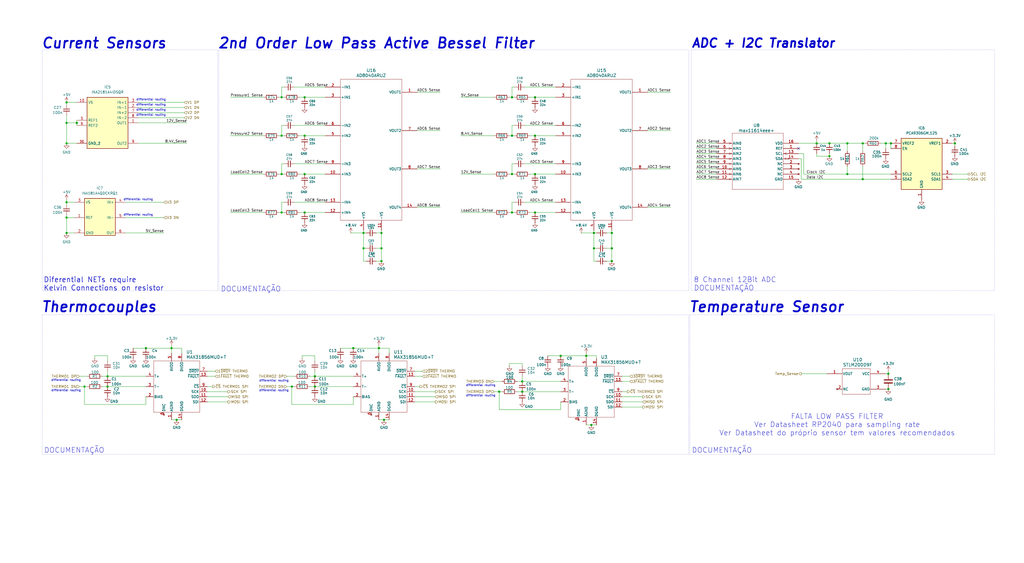
<source format=kicad_sch>
(kicad_sch (version 20250114) (generator "eeschema") (generator_version "9.0")
  (paper "User" 508 279.4)
  (rectangle (start 20.955 156.21) (end 341.63 225.425) (stroke (width 0) (type dot)))
  (rectangle (start 342.9 24.765) (end 493.395 144.145) (stroke (width 0) (type dot)))
  (rectangle (start 342.265 156.21) (end 493.395 225.425) (stroke (width 0) (type dot)))
  (rectangle (start 20.955 24.765) (end 107.95 144.145) (stroke (width 0) (type dot)))
  (rectangle (start 108.585 24.765) (end 341.63 144.145) (stroke (width 0) (type dot)))
  (text "DOCUMENTAÇÃO" (at 358.14 223.52 0) (effects (font (size 2.54 2.54))))
  (text "differential routing\n" (at 68.58 99.06 0) (effects (font (size 1.016 1.016))))
  (text "differential routing\n" (at 135.89 193.802 0) (effects (font (size 1.016 1.016))))
  (text "differential routing\n" (at 74.93 49.53 0) (effects (font (size 1.016 1.016))))
  (text "differential routing\n" (at 74.93 52.07 0) (effects (font (size 1.016 1.016))))
  (text "Current Sensors\n" (at 20.32 21.59 0) (effects (font (size 5.08 5.08) (thickness 0.8636) (bold yes) (italic yes)) (justify left)))
  (text "DOCUMENTAÇÃO" (at 124.46 143.51 0) (effects (font (size 2.54 2.54))))
  (text "8 Channel 12Bit ADC\nDOCUMENTAÇÃO" (at 344.17 140.97 0) (effects (font (size 2.54 2.54)) (justify left)))
  (text "Diferential NETs require \nKelvin Connections on resistor" (at 21.59 140.97 0) (effects (font (size 2.54 2.54) (thickness 0.254) (bold yes)) (justify left)))
  (text "differential routing\n" (at 32.766 193.802 0) (effects (font (size 1.016 1.016))))
  (text "differential routing\n" (at 74.93 54.61 0) (effects (font (size 1.016 1.016))))
  (text "differential routing\n" (at 32.766 188.722 0) (effects (font (size 1.016 1.016))))
  (text "Thermocouples" (at 20.32 152.4 0) (effects (font (size 5.08 5.08) (thickness 0.8636) (bold yes) (italic yes)) (justify left)))
  (text "FALTA LOW PASS FILTER\nVer Datasheet RP2040 para sampling rate\nVer Datasheet do próprio sensor tem valores recomendados" (at 415.29 210.82 0) (effects (font (size 2.54 2.54))))
  (text "DOCUMENTAÇÃO" (at 36.83 223.52 0) (effects (font (size 2.54 2.54))))
  (text "2nd Order Low Pass Active Bessel Filter" (at 107.95 21.59 0) (effects (font (size 5.08 5.08) (thickness 0.8636) (bold yes) (italic yes)) (justify left)))
  (text "ADC + I2C Translator" (at 342.9 21.59 0) (effects (font (size 4.318 4.318) (thickness 0.8636) (bold yes) (italic yes)) (justify left)))
  (text "differential routing\n" (at 68.58 106.68 0) (effects (font (size 1.016 1.016))))
  (text "Temperature Sensor" (at 341.63 152.4 0) (effects (font (size 5.08 5.08) (thickness 0.8636) (bold yes) (italic yes)) (justify left)))
  (text "differential routing\n" (at 135.89 188.976 0) (effects (font (size 1.016 1.016))))
  (text "differential routing\n" (at 238.506 196.342 0) (effects (font (size 1.016 1.016))))
  (text "differential routing\n" (at 238.506 191.262 0) (effects (font (size 1.016 1.016))))
  (text "differential routing\n" (at 74.93 57.15 0) (effects (font (size 1.016 1.016))))
  (junction (at 278.13 176.53))
  (junction (at 247.65 194.31))
  (junction (at 303.53 115.57))
  (junction (at 144.78 191.77))
  (junction (at 440.69 185.42))
  (junction (at 33.02 115.57))
  (junction (at 156.21 191.77))
  (junction (at 139.7 86.36))
  (junction (at 33.02 50.8))
  (junction (at 420.37 86.36))
  (junction (at 254 105.41))
  (junction (at 259.08 194.31))
  (junction (at 180.34 123.19))
  (junction (at 303.53 123.19))
  (junction (at 33.02 60.96))
  (junction (at 85.09 172.72))
  (junction (at 265.43 48.26))
  (junction (at 405.13 71.12))
  (junction (at 180.34 115.57))
  (junction (at 189.23 129.54))
  (junction (at 156.21 186.69))
  (junction (at 187.96 172.72))
  (junction (at 427.99 71.12))
  (junction (at 189.23 115.57))
  (junction (at 254 48.26))
  (junction (at 411.48 71.12))
  (junction (at 41.91 191.77))
  (junction (at 265.43 67.31))
  (junction (at 420.37 71.12))
  (junction (at 189.23 123.19))
  (junction (at 53.34 191.77))
  (junction (at 303.53 129.54))
  (junction (at 139.7 48.26))
  (junction (at 175.26 172.72))
  (junction (at 139.7 67.31))
  (junction (at 427.99 88.9))
  (junction (at 290.83 176.53))
  (junction (at 139.7 105.41))
  (junction (at 53.34 186.69))
  (junction (at 151.13 48.26))
  (junction (at 265.43 86.36))
  (junction (at 265.43 105.41))
  (junction (at 151.13 67.31))
  (junction (at 439.42 71.12))
  (junction (at 87.63 208.28))
  (junction (at 254 67.31))
  (junction (at 151.13 105.41))
  (junction (at 190.5 208.28))
  (junction (at 294.64 123.19))
  (junction (at 441.96 71.12))
  (junction (at 293.37 210.82))
  (junction (at 38.1 60.96))
  (junction (at 440.69 193.04))
  (junction (at 151.13 86.36))
  (junction (at 72.39 172.72))
  (junction (at 33.02 100.33))
  (junction (at 411.48 77.47))
  (junction (at 254 86.36))
  (junction (at 33.02 107.95))
  (junction (at 473.71 71.12))
  (junction (at 294.64 115.57))
  (junction (at 259.08 189.23))
  (junction (at 33.02 71.12))
  (no_connect (at 396.24 73.66))
  (wire (pts (xy 397.51 88.9) (xy 427.99 88.9)))
  (wire (pts (xy 308.61 201.93) (xy 318.77 201.93)))
  (wire (pts (xy 265.43 86.36) (xy 275.59 86.36)))
  (wire (pts (xy 254 100.33) (xy 254 105.41)))
  (wire (pts (xy 228.6 48.26) (xy 245.11 48.26)))
  (wire (pts (xy 175.26 172.72) (xy 187.96 172.72)))
  (wire (pts (xy 62.23 115.57) (xy 81.28 115.57)))
  (wire (pts (xy 180.34 115.57) (xy 181.61 115.57)))
  (wire (pts (xy 228.6 105.41) (xy 245.11 105.41)))
  (wire (pts (xy 396.24 78.74) (xy 397.51 78.74)))
  (wire (pts (xy 303.53 123.19) (xy 303.53 129.54)))
  (wire (pts (xy 260.35 62.23) (xy 275.59 62.23)))
  (wire (pts (xy 146.05 100.33) (xy 161.29 100.33)))
  (wire (pts (xy 473.71 72.39) (xy 473.71 71.12)))
  (wire (pts (xy 411.48 76.2) (xy 411.48 77.47)))
  (wire (pts (xy 321.31 45.72) (xy 332.74 45.72)))
  (wire (pts (xy 207.01 45.72) (xy 218.44 45.72)))
  (wire (pts (xy 398.78 76.2) (xy 396.24 76.2)))
  (wire (pts (xy 300.99 123.19) (xy 303.53 123.19)))
  (wire (pts (xy 308.61 196.85) (xy 318.77 196.85)))
  (wire (pts (xy 72.39 200.66) (xy 41.91 200.66)))
  (wire (pts (xy 265.43 105.41) (xy 275.59 105.41)))
  (wire (pts (xy 140.97 43.18) (xy 139.7 43.18)))
  (wire (pts (xy 260.35 81.28) (xy 275.59 81.28)))
  (wire (pts (xy 180.34 115.57) (xy 180.34 114.3)))
  (wire (pts (xy 138.43 67.31) (xy 139.7 67.31)))
  (wire (pts (xy 254 62.23) (xy 254 67.31)))
  (wire (pts (xy 397.51 78.74) (xy 397.51 88.9)))
  (wire (pts (xy 294.64 129.54) (xy 295.91 129.54)))
  (wire (pts (xy 144.78 191.77) (xy 146.05 191.77)))
  (wire (pts (xy 140.97 100.33) (xy 139.7 100.33)))
  (wire (pts (xy 41.91 200.66) (xy 41.91 191.77)))
  (wire (pts (xy 33.02 99.06) (xy 33.02 100.33)))
  (wire (pts (xy 345.44 86.36) (xy 355.6 86.36)))
  (wire (pts (xy 148.59 86.36) (xy 151.13 86.36)))
  (wire (pts (xy 321.31 102.87) (xy 332.74 102.87)))
  (wire (pts (xy 294.64 115.57) (xy 294.64 114.3)))
  (wire (pts (xy 293.37 210.82) (xy 295.91 210.82)))
  (wire (pts (xy 62.23 107.95) (xy 81.28 107.95)))
  (wire (pts (xy 207.01 102.87) (xy 218.44 102.87)))
  (wire (pts (xy 140.97 62.23) (xy 139.7 62.23)))
  (wire (pts (xy 187.96 208.28) (xy 190.5 208.28)))
  (wire (pts (xy 85.09 172.72) (xy 90.17 172.72)))
  (wire (pts (xy 33.02 106.68) (xy 33.02 107.95)))
  (wire (pts (xy 53.34 184.15) (xy 53.34 186.69)))
  (wire (pts (xy 290.83 175.26) (xy 290.83 176.53)))
  (wire (pts (xy 420.37 71.12) (xy 427.99 71.12)))
  (wire (pts (xy 187.96 172.72) (xy 193.04 172.72)))
  (wire (pts (xy 439.42 71.12) (xy 439.42 73.66)))
  (wire (pts (xy 68.58 60.96) (xy 92.71 60.96)))
  (wire (pts (xy 205.74 194.31) (xy 215.9 194.31)))
  (wire (pts (xy 254 105.41) (xy 255.27 105.41)))
  (wire (pts (xy 262.89 48.26) (xy 265.43 48.26)))
  (wire (pts (xy 321.31 83.82) (xy 332.74 83.82)))
  (wire (pts (xy 252.73 105.41) (xy 254 105.41)))
  (wire (pts (xy 38.1 60.96) (xy 38.1 62.23)))
  (wire (pts (xy 308.61 186.69) (xy 312.42 186.69)))
  (wire (pts (xy 288.29 115.57) (xy 294.64 115.57)))
  (wire (pts (xy 259.08 189.23) (xy 278.13 189.23)))
  (wire (pts (xy 53.34 186.69) (xy 72.39 186.69)))
  (wire (pts (xy 228.6 86.36) (xy 245.11 86.36)))
  (wire (pts (xy 345.44 81.28) (xy 355.6 81.28)))
  (wire (pts (xy 102.87 194.31) (xy 113.03 194.31)))
  (wire (pts (xy 262.89 86.36) (xy 265.43 86.36)))
  (wire (pts (xy 254 43.18) (xy 254 48.26)))
  (wire (pts (xy 278.13 199.39) (xy 278.13 203.2)))
  (wire (pts (xy 139.7 100.33) (xy 139.7 105.41)))
  (wire (pts (xy 255.27 62.23) (xy 254 62.23)))
  (wire (pts (xy 142.24 186.69) (xy 146.05 186.69)))
  (wire (pts (xy 228.6 67.31) (xy 245.11 67.31)))
  (wire (pts (xy 295.91 176.53) (xy 295.91 177.8)))
  (wire (pts (xy 180.34 123.19) (xy 181.61 123.19)))
  (wire (pts (xy 472.44 86.36) (xy 480.06 86.36)))
  (wire (pts (xy 427.99 88.9) (xy 441.96 88.9)))
  (wire (pts (xy 345.44 71.12) (xy 355.6 71.12)))
  (wire (pts (xy 139.7 43.18) (xy 139.7 48.26)))
  (wire (pts (xy 151.13 48.26) (xy 161.29 48.26)))
  (wire (pts (xy 398.78 86.36) (xy 420.37 86.36)))
  (wire (pts (xy 180.34 123.19) (xy 180.34 129.54)))
  (wire (pts (xy 156.21 186.69) (xy 175.26 186.69)))
  (wire (pts (xy 436.88 71.12) (xy 439.42 71.12)))
  (wire (pts (xy 72.39 196.85) (xy 72.39 200.66)))
  (wire (pts (xy 294.64 115.57) (xy 294.64 123.19)))
  (wire (pts (xy 294.64 123.19) (xy 294.64 129.54)))
  (wire (pts (xy 189.23 123.19) (xy 189.23 115.57)))
  (wire (pts (xy 254 86.36) (xy 255.27 86.36)))
  (wire (pts (xy 255.27 81.28) (xy 254 81.28)))
  (wire (pts (xy 139.7 86.36) (xy 140.97 86.36)))
  (wire (pts (xy 205.74 196.85) (xy 215.9 196.85)))
  (wire (pts (xy 265.43 48.26) (xy 275.59 48.26)))
  (wire (pts (xy 345.44 73.66) (xy 355.6 73.66)))
  (wire (pts (xy 138.43 105.41) (xy 139.7 105.41)))
  (wire (pts (xy 102.87 186.69) (xy 106.68 186.69)))
  (wire (pts (xy 472.44 71.12) (xy 473.71 71.12)))
  (wire (pts (xy 139.7 48.26) (xy 140.97 48.26)))
  (wire (pts (xy 146.05 62.23) (xy 161.29 62.23)))
  (wire (pts (xy 420.37 82.55) (xy 420.37 86.36)))
  (wire (pts (xy 427.99 82.55) (xy 427.99 88.9)))
  (wire (pts (xy 156.21 191.77) (xy 175.26 191.77)))
  (wire (pts (xy 396.24 71.12) (xy 405.13 71.12)))
  (wire (pts (xy 405.13 71.12) (xy 411.48 71.12)))
  (wire (pts (xy 138.43 86.36) (xy 139.7 86.36)))
  (wire (pts (xy 260.35 43.18) (xy 275.59 43.18)))
  (wire (pts (xy 321.31 64.77) (xy 332.74 64.77)))
  (wire (pts (xy 294.64 115.57) (xy 295.91 115.57)))
  (wire (pts (xy 142.24 191.77) (xy 144.78 191.77)))
  (wire (pts (xy 345.44 76.2) (xy 355.6 76.2)))
  (wire (pts (xy 114.3 105.41) (xy 130.81 105.41)))
  (wire (pts (xy 205.74 199.39) (xy 215.9 199.39)))
  (wire (pts (xy 398.78 86.36) (xy 398.78 76.2)))
  (wire (pts (xy 405.13 77.47) (xy 411.48 77.47)))
  (wire (pts (xy 290.83 210.82) (xy 293.37 210.82)))
  (wire (pts (xy 245.11 189.23) (xy 248.92 189.23)))
  (wire (pts (xy 247.65 203.2) (xy 247.65 194.31)))
  (wire (pts (xy 68.58 50.8) (xy 91.44 50.8)))
  (wire (pts (xy 259.08 180.34) (xy 259.08 181.61)))
  (wire (pts (xy 33.02 107.95) (xy 33.02 115.57)))
  (wire (pts (xy 186.69 123.19) (xy 189.23 123.19)))
  (wire (pts (xy 50.8 186.69) (xy 53.34 186.69)))
  (wire (pts (xy 53.34 176.53) (xy 53.34 179.07)))
  (wire (pts (xy 345.44 78.74) (xy 355.6 78.74)))
  (wire (pts (xy 102.87 196.85) (xy 113.03 196.85)))
  (wire (pts (xy 427.99 71.12) (xy 427.99 74.93)))
  (wire (pts (xy 33.02 50.8) (xy 38.1 50.8)))
  (wire (pts (xy 262.89 67.31) (xy 265.43 67.31)))
  (wire (pts (xy 62.23 100.33) (xy 81.28 100.33)))
  (wire (pts (xy 33.02 71.12) (xy 38.1 71.12)))
  (wire (pts (xy 259.08 194.31) (xy 278.13 194.31)))
  (wire (pts (xy 33.02 100.33) (xy 36.83 100.33)))
  (wire (pts (xy 189.23 123.19) (xy 189.23 129.54)))
  (wire (pts (xy 156.21 176.53) (xy 156.21 179.07)))
  (wire (pts (xy 187.96 172.72) (xy 187.96 175.26)))
  (wire (pts (xy 252.73 181.61) (xy 252.73 180.34)))
  (wire (pts (xy 255.27 43.18) (xy 254 43.18)))
  (wire (pts (xy 68.58 55.88) (xy 91.44 55.88)))
  (wire (pts (xy 85.09 172.72) (xy 85.09 175.26)))
  (wire (pts (xy 38.1 59.69) (xy 38.1 60.96)))
  (wire (pts (xy 114.3 86.36) (xy 130.81 86.36)))
  (wire (pts (xy 68.58 58.42) (xy 91.44 58.42)))
  (wire (pts (xy 146.05 81.28) (xy 161.29 81.28)))
  (wire (pts (xy 290.83 176.53) (xy 290.83 177.8)))
  (wire (pts (xy 139.7 62.23) (xy 139.7 67.31)))
  (wire (pts (xy 139.7 67.31) (xy 140.97 67.31)))
  (wire (pts (xy 173.99 115.57) (xy 180.34 115.57)))
  (wire (pts (xy 256.54 189.23) (xy 259.08 189.23)))
  (wire (pts (xy 252.73 180.34) (xy 259.08 180.34)))
  (wire (pts (xy 153.67 186.69) (xy 156.21 186.69)))
  (wire (pts (xy 300.99 129.54) (xy 303.53 129.54)))
  (wire (pts (xy 290.83 176.53) (xy 295.91 176.53)))
  (wire (pts (xy 303.53 114.3) (xy 303.53 115.57)))
  (wire (pts (xy 420.37 71.12) (xy 420.37 74.93)))
  (wire (pts (xy 148.59 67.31) (xy 151.13 67.31)))
  (wire (pts (xy 252.73 86.36) (xy 254 86.36)))
  (wire (pts (xy 247.65 194.31) (xy 248.92 194.31)))
  (wire (pts (xy 405.13 69.85) (xy 405.13 71.12)))
  (wire (pts (xy 255.27 100.33) (xy 254 100.33)))
  (wire (pts (xy 87.63 208.28) (xy 90.17 208.28)))
  (wire (pts (xy 53.34 191.77) (xy 72.39 191.77)))
  (wire (pts (xy 85.09 171.45) (xy 85.09 172.72)))
  (wire (pts (xy 420.37 86.36) (xy 441.96 86.36)))
  (wire (pts (xy 308.61 189.23) (xy 312.42 189.23)))
  (wire (pts (xy 41.91 191.77) (xy 43.18 191.77)))
  (wire (pts (xy 144.78 200.66) (xy 144.78 191.77)))
  (wire (pts (xy 33.02 107.95) (xy 36.83 107.95)))
  (wire (pts (xy 260.35 100.33) (xy 275.59 100.33)))
  (wire (pts (xy 411.48 71.12) (xy 420.37 71.12)))
  (wire (pts (xy 278.13 203.2) (xy 247.65 203.2)))
  (wire (pts (xy 33.02 60.96) (xy 38.1 60.96)))
  (wire (pts (xy 139.7 81.28) (xy 139.7 86.36)))
  (wire (pts (xy 39.37 186.69) (xy 43.18 186.69)))
  (wire (pts (xy 114.3 67.31) (xy 130.81 67.31)))
  (wire (pts (xy 66.04 172.72) (xy 72.39 172.72)))
  (wire (pts (xy 345.44 83.82) (xy 355.6 83.82)))
  (wire (pts (xy 68.58 71.12) (xy 92.71 71.12)))
  (wire (pts (xy 189.23 114.3) (xy 189.23 115.57)))
  (wire (pts (xy 254 48.26) (xy 255.27 48.26)))
  (wire (pts (xy 252.73 48.26) (xy 254 48.26)))
  (wire (pts (xy 308.61 199.39) (xy 318.77 199.39)))
  (wire (pts (xy 308.61 194.31) (xy 311.15 194.31)))
  (wire (pts (xy 439.42 71.12) (xy 441.96 71.12)))
  (wire (pts (xy 180.34 129.54) (xy 181.61 129.54)))
  (wire (pts (xy 205.74 184.15) (xy 209.55 184.15)))
  (wire (pts (xy 139.7 105.41) (xy 140.97 105.41)))
  (wire (pts (xy 397.51 185.42) (xy 410.21 185.42)))
  (wire (pts (xy 345.44 88.9) (xy 355.6 88.9)))
  (wire (pts (xy 440.69 184.15) (xy 440.69 185.42)))
  (wire (pts (xy 146.05 43.18) (xy 161.29 43.18)))
  (wire (pts (xy 175.26 196.85) (xy 175.26 200.66)))
  (wire (pts (xy 138.43 48.26) (xy 139.7 48.26)))
  (wire (pts (xy 39.37 191.77) (xy 41.91 191.77)))
  (wire (pts (xy 33.02 101.6) (xy 33.02 100.33)))
  (wire (pts (xy 114.3 48.26) (xy 130.81 48.26)))
  (wire (pts (xy 102.87 191.77) (xy 105.41 191.77)))
  (wire (pts (xy 72.39 172.72) (xy 85.09 172.72)))
  (wire (pts (xy 190.5 208.28) (xy 193.04 208.28)))
  (wire (pts (xy 46.99 176.53) (xy 53.34 176.53)))
  (wire (pts (xy 278.13 176.53) (xy 290.83 176.53)))
  (wire (pts (xy 472.44 88.9) (xy 480.06 88.9)))
  (wire (pts (xy 168.91 172.72) (xy 175.26 172.72)))
  (wire (pts (xy 153.67 191.77) (xy 156.21 191.77)))
  (wire (pts (xy 186.69 129.54) (xy 189.23 129.54)))
  (wire (pts (xy 207.01 64.77) (xy 218.44 64.77)))
  (wire (pts (xy 259.08 186.69) (xy 259.08 189.23)))
  (wire (pts (xy 303.53 115.57) (xy 300.99 115.57)))
  (wire (pts (xy 50.8 191.77) (xy 53.34 191.77)))
  (wire (pts (xy 439.42 185.42) (xy 440.69 185.42)))
  (wire (pts (xy 102.87 184.15) (xy 106.68 184.15)))
  (wire (pts (xy 33.02 115.57) (xy 36.83 115.57)))
  (wire (pts (xy 187.96 171.45) (xy 187.96 172.72)))
  (wire (pts (xy 148.59 48.26) (xy 151.13 48.26)))
  (wire (pts (xy 180.34 115.57) (xy 180.34 123.19)))
  (wire (pts (xy 33.02 57.15) (xy 33.02 60.96)))
  (wire (pts (xy 156.21 184.15) (xy 156.21 186.69)))
  (wire (pts (xy 254 81.28) (xy 254 86.36)))
  (wire (pts (xy 405.13 76.2) (xy 405.13 77.47)))
  (wire (pts (xy 439.42 193.04) (xy 440.69 193.04)))
  (wire (pts (xy 441.96 71.12) (xy 441.96 73.66)))
  (wire (pts (xy 427.99 71.12) (xy 429.26 71.12)))
  (wire (pts (xy 90.17 172.72) (xy 90.17 175.26)))
  (wire (pts (xy 68.58 53.34) (xy 91.44 53.34)))
  (wire (pts (xy 205.74 191.77) (xy 208.28 191.77)))
  (wire (pts (xy 205.74 186.69) (xy 209.55 186.69)))
  (wire (pts (xy 254 67.31) (xy 255.27 67.31)))
  (wire (pts (xy 46.99 177.8) (xy 46.99 176.53)))
  (wire (pts (xy 151.13 67.31) (xy 161.29 67.31)))
  (wire (pts (xy 151.13 105.41) (xy 161.29 105.41)))
  (wire (pts (xy 85.09 208.28) (xy 87.63 208.28)))
  (wire (pts (xy 140.97 81.28) (xy 139.7 81.28)))
  (wire (pts (xy 102.87 199.39) (xy 113.03 199.39)))
  (wire (pts (xy 189.23 115.57) (xy 186.69 115.57)))
  (wire (pts (xy 193.04 172.72) (xy 193.04 175.26)))
  (wire (pts (xy 262.89 105.41) (xy 265.43 105.41)))
  (wire (pts (xy 151.13 86.36) (xy 161.29 86.36)))
  (wire (pts (xy 207.01 83.82) (xy 218.44 83.82)))
  (wire (pts (xy 265.43 67.31) (xy 275.59 67.31)))
  (wire (pts (xy 175.26 200.66) (xy 144.78 200.66)))
  (wire (pts (xy 33.02 50.8) (xy 33.02 52.07)))
  (wire (pts (xy 245.11 194.31) (xy 247.65 194.31)))
  (wire (pts (xy 271.78 176.53) (xy 278.13 176.53)))
  (wire (pts (xy 256.54 194.31) (xy 259.08 194.31)))
  (wire (pts (xy 252.73 67.31) (xy 254 67.31)))
  (wire (pts (xy 149.86 176.53) (xy 156.21 176.53)))
  (wire (pts (xy 148.59 105.41) (xy 151.13 105.41)))
  (wire (pts (xy 303.53 123.19) (xy 303.53 115.57)))
  (wire (pts (xy 294.64 123.19) (xy 295.91 123.19)))
  (wire (pts (xy 149.86 177.8) (xy 149.86 176.53)))
  (wire (pts (xy 33.02 60.96) (xy 33.02 71.12)))
  (label "5V_Sense" (at 228.6 48.26 0) (effects (font (thickness 0.1588))))
  (label "ADC8 Sense" (at 345.44 88.9 0))
  (label "ADC6 Sense" (at 151.13 62.23 0))
  (label "Pressure2 Sense" (at 114.3 67.31 0))
  (label "Pressure1 Sense" (at 114.3 48.26 0))
  (label "ADC2 Sense" (at 345.44 73.66 0))
  (label "ADC1 Sense" (at 345.44 71.12 0))
  (label "ADC3 Sense" (at 345.44 76.2 0))
  (label "ADC4 Sense" (at 262.89 100.33 0))
  (label "ADC5 Sense" (at 345.44 81.28 0))
  (label "ADC2 Sense" (at 262.89 62.23 0))
  (label "ADC2 Sense" (at 332.74 64.77 180))
  (label "12V_Sense" (at 228.6 86.36 0) (effects (font (thickness 0.1588))))
  (label "ADC3 Sense" (at 332.74 83.82 180))
  (label "ADC6 Sense" (at 218.44 64.77 180))
  (label "ADC7 Sense" (at 151.13 81.28 0))
  (label "8.4V_Sense" (at 92.71 71.12 180) (effects (font (thickness 0.1588))))
  (label "ADC1 Sense" (at 262.89 43.18 0))
  (label "ADC7 Sense" (at 218.44 83.82 180))
  (label "5V_Sense" (at 81.28 115.57 180) (effects (font (thickness 0.1588))))
  (label "LoadCell3 Sense" (at 114.3 105.41 0))
  (label "ADC4 Sense" (at 332.74 102.87 180))
  (label "ADC3 Sense" (at 262.89 81.28 0))
  (label "LoadCell2 Sense" (at 114.3 86.36 0))
  (label "ADC6 Sense" (at 345.44 83.82 0))
  (label "ADC7 Sense" (at 345.44 86.36 0))
  (label "ADC1 Sense" (at 332.74 45.72 180))
  (label "8.4V_Sense" (at 228.6 67.31 0) (effects (font (thickness 0.1588))))
  (label "ADC4 Sense" (at 345.44 78.74 0))
  (label "LoadCell1 Sense" (at 228.6 105.41 0))
  (label "ADC5 Sense" (at 151.13 43.18 0))
  (label "Data I2C" (at 400.05 88.9 0))
  (label "Clock I2C" (at 400.05 86.36 0))
  (label "12V_Sense" (at 92.71 60.96 180) (effects (font (thickness 0.1588))))
  (label "ADC8 Sense" (at 218.44 102.87 180))
  (label "ADC5 Sense" (at 218.44 45.72 180))
  (label "ADC8 Sense" (at 151.13 100.33 0))
  (hierarchical_label "MISO SPI" (shape input) (at 113.03 196.85 0))
  (hierarchical_label "V3 DP" (shape input) (at 81.28 100.33 0))
  (hierarchical_label "MOSI SPI" (shape output) (at 318.77 201.93 0))
  (hierarchical_label "THERMO2 DN" (shape input) (at 142.24 191.77 180))
  (hierarchical_label "SCK SPI" (shape output) (at 318.77 196.85 0))
  (hierarchical_label "MISO SPI" (shape input) (at 215.9 196.85 0))
  (hierarchical_label "THERMO1 DN" (shape input) (at 39.37 191.77 180))
  (hierarchical_label "V1 DN" (shape input) (at 91.44 53.34 0))
  (hierarchical_label "MOSI SPI" (shape output) (at 215.9 199.39 0))
  (hierarchical_label "MISO SPI" (shape input) (at 318.77 199.39 0))
  (hierarchical_label "~{CS} THERMO2 SPI" (shape output) (at 208.28 191.77 0))
  (hierarchical_label "1~{FAULT} THERMO" (shape input) (at 106.68 186.69 0))
  (hierarchical_label "THERMO1 DP" (shape input) (at 39.37 186.69 180))
  (hierarchical_label "SCK SPI" (shape output) (at 113.03 194.31 0))
  (hierarchical_label "THERMO2 DP" (shape input) (at 142.24 186.69 180))
  (hierarchical_label "~{CS} THERMO1 SPI" (shape output) (at 105.41 191.77 0))
  (hierarchical_label "THERMO3 DP" (shape input) (at 245.11 194.31 180))
  (hierarchical_label "V2 DN" (shape input) (at 91.44 58.42 0))
  (hierarchical_label "SCL I2C" (shape bidirectional) (at 480.06 86.36 0))
  (hierarchical_label "SCK SPI" (shape output) (at 215.9 194.31 0))
  (hierarchical_label "Temp_Sense" (shape output) (at 397.51 185.42 180))
  (hierarchical_label "SDA I2C" (shape bidirectional) (at 480.06 88.9 0))
  (hierarchical_label "V1 DP" (shape input) (at 91.44 50.8 0))
  (hierarchical_label "THERMO3 DN" (shape input) (at 245.11 189.23 180))
  (hierarchical_label "3~{FAULT} THERMO" (shape input) (at 312.42 189.23 0))
  (hierarchical_label "~{CS} THERMO3 SPI" (shape output) (at 311.15 194.31 0))
  (hierarchical_label "V2 DP" (shape input) (at 91.44 55.88 0))
  (hierarchical_label "V3 DN" (shape input) (at 81.28 107.95 0))
  (hierarchical_label "MOSI SPI" (shape output) (at 113.03 199.39 0))
  (hierarchical_label "2~{DRDY} THERMO" (shape input) (at 209.55 184.15 0))
  (hierarchical_label "2~{FAULT} THERMO" (shape input) (at 209.55 186.69 0))
  (hierarchical_label "1~{DRDY} THERMO" (shape input) (at 106.68 184.15 0))
  (hierarchical_label "3~{DRDY} THERMO" (shape input) (at 312.42 186.69 0))
  (symbol (lib_id "Device:R") (at 248.92 86.36 90) (mirror x) (unit 1)
    (property "Reference" "R70" (at 250.825 86.36 90) (effects (justify left)))
    (property "Value" "1k" (at 250.19 88.265 90) (effects (justify left)))
    (property "Footprint" "Resistor-0402:RES_0402" (effects (hide yes)))
    (property "Description" "Resistor" (effects (hide yes)))
  )
  (symbol (lib_id "power:GND") (at 439.42 78.74 0) (unit 1)
    (property "Reference" "#PWR0110" (effects (hide yes)))
    (property "Value" "GND" (at 441.325 82.55 0) (effects (justify right)))
    (property "Description" "Power symbol creates a global label with name \"GND\" , ground" (effects (hide yes)))
  )
  (symbol (lib_id "Device:C_Small") (at 257.81 81.28 90) (unit 1)
    (property "Reference" "C52" (at 257.81 76.835 90) (effects (font (size 1.016 1.016))))
    (property "Value" "27n" (at 257.81 78.74 90) (effects (font (size 1.016 1.016))))
    (property "Footprint" "Capacitor-0603:Capacitor_0603" (effects (hide yes)))
    (property "Description" "Unpolarized capacitor, small symbol" (effects (hide yes)))
  )
  (symbol (lib_id "power:GND") (at 53.34 196.85 0) (unit 1)
    (property "Reference" "#PWR01" (effects (hide yes)))
    (property "Value" "GND" (at 58.674 199.136 0) (effects (justify right)))
    (property "Description" "Power symbol creates a global label with name \"GND\" , ground" (effects (hide yes)))
  )
  (symbol (lib_id "power:GND") (at 265.43 91.44 0) (unit 1)
    (property "Reference" "#PWR0163" (effects (hide yes)))
    (property "Value" "GND" (at 266.7 95.25 0) (effects (font (size 1.016 1.016)) (justify right)))
    (property "Description" "Power symbol creates a global label with name \"GND\" , ground" (effects (hide yes)))
  )
  (symbol (lib_id "Device:R") (at 144.78 67.31 90) (mirror x) (unit 1)
    (property "Reference" "R79" (at 146.685 67.31 90) (effects (justify left)))
    (property "Value" "1k" (at 146.05 69.215 90) (effects (justify left)))
    (property "Footprint" "Resistor-0402:RES_0402" (effects (hide yes)))
    (property "Description" "Resistor" (effects (hide yes)))
  )
  (symbol (lib_id "Device:C_Small") (at 151.13 69.85 0) (unit 1)
    (property "Reference" "C61" (at 154.94 69.215 0) (effects (font (size 1.016 1.016))))
    (property "Value" "22n" (at 154.94 71.12 0) (effects (font (size 1.016 1.016))))
    (property "Footprint" "Capacitor-0603:Capacitor_0603" (effects (hide yes)))
    (property "Description" "Unpolarized capacitor, small symbol" (effects (hide yes)))
  )
  (symbol (lib_id "PCA9306GM_125:PCA9306GM,125") (at 441.96 78.74 0) (unit 1)
    (property "Reference" "IC6" (at 457.2 63.5 0))
    (property "Value" "PCA9306GM,125" (at 457.2 66.04 0))
    (property "Footprint" "PCA9306GM,125:PCA9570GMH" (effects (hide yes)))
    (property "Datasheet" "http://www.nxp.com/docs/en/data-sheet/PCA9306.pdf" (effects (hide yes)))
    (property "Description" "NXP PCA9306GM,125, I2C Translator 3.3ns, 8-Pin XQFN" (effects (hide yes)))
    (property "Mouser Part Number" "771-PCA9306GM125" (effects (hide yes)))
    (property "Mouser Price/Stock" "https://www.mouser.co.uk/ProductDetail/NXP-Semiconductors/PCA9306GM125?qs=LOCUfHb8d9vZnAiSjK6%252Bsw%3D%3D" (effects (hide yes)))
    (property "Manufacturer_Name" "NXP" (effects (hide yes)))
    (property "Manufacturer_Part_Number" "PCA9306GM,125" (effects (hide yes)))
  )
  (symbol (lib_id "Device:R") (at 248.92 67.31 90) (mirror x) (unit 1)
    (property "Reference" "R66" (at 250.825 67.31 90) (effects (justify left)))
    (property "Value" "1k" (at 250.19 69.215 90) (effects (justify left)))
    (property "Footprint" "Resistor-0402:RES_0402" (effects (hide yes)))
    (property "Description" "Resistor" (effects (hide yes)))
  )
  (symbol (lib_id "power:GND") (at 396.24 88.9 0) (unit 1)
    (property "Reference" "#PWR0159" (effects (hide yes)))
    (property "Value" "GND" (at 398.145 92.71 0) (effects (justify right)))
    (property "Description" "Power symbol creates a global label with name \"GND\" , ground" (effects (hide yes)))
  )
  (symbol (lib_id "power:GND") (at 189.23 129.54 0) (unit 1)
    (property "Reference" "#PWR0170" (effects (hide yes)))
    (property "Value" "GND" (at 191.135 133.35 0) (effects (justify right)))
    (property "Description" "Power symbol creates a global label with name \"GND\" , ground" (effects (hide yes)))
  )
  (symbol (lib_id "Device:C_Small") (at 143.51 100.33 90) (unit 1)
    (property "Reference" "C59" (at 143.51 95.885 90) (effects (font (size 1.016 1.016))))
    (property "Value" "27n" (at 143.51 97.79 90) (effects (font (size 1.016 1.016))))
    (property "Footprint" "Capacitor-0603:Capacitor_0603" (effects (hide yes)))
    (property "Description" "Unpolarized capacitor, small symbol" (effects (hide yes)))
  )
  (symbol (lib_id "power:GND") (at 151.13 53.34 0) (unit 1)
    (property "Reference" "#PWR0165" (effects (hide yes)))
    (property "Value" "GND" (effects (hide yes)))
    (property "Description" "Power symbol creates a global label with name \"GND\" , ground" (effects (hide yes)))
  )
  (symbol (lib_id "power:GND") (at 265.43 53.34 0) (unit 1)
    (property "Reference" "#PWR0161" (effects (hide yes)))
    (property "Value" "GND" (effects (hide yes)))
    (property "Description" "Power symbol creates a global label with name \"GND\" , ground" (effects (hide yes)))
  )
  (symbol (lib_id "STLM20DD9F:STLM20DD9F") (at 416.56 187.96 0) (unit 1)
    (property "Reference" "U10" (at 425.45 178.435 0) (effects (font (size 1.524 1.524))))
    (property "Value" "STLM20DD9F" (at 425.45 180.975 0) (effects (font (size 1.524 1.524))))
    (property "Footprint" "STLM20DD9F:UDFN-4L_STM" (effects (hide yes)))
    (property "Datasheet" "STLM20DD9F" (effects (hide yes)))
  )
  (symbol (lib_id "power:GND") (at 271.78 181.61 0) (unit 1)
    (property "Reference" "#PWR09" (effects (hide yes)))
    (property "Value" "GND" (at 273.812 185.42 0) (effects (justify right)))
    (property "Description" "Power symbol creates a global label with name \"GND\" , ground" (effects (hide yes)))
  )
  (symbol (lib_id "power:GND") (at 411.48 77.47 0) (unit 1)
    (property "Reference" "#PWR0158" (effects (hide yes)))
    (property "Value" "GND" (at 413.385 81.28 0) (effects (justify right)))
    (property "Description" "Power symbol creates a global label with name \"GND\" , ground" (effects (hide yes)))
  )
  (symbol (lib_id "Device:C_Small") (at 151.13 107.95 0) (unit 1)
    (property "Reference" "C63" (at 154.94 107.315 0) (effects (font (size 1.016 1.016))))
    (property "Value" "22n" (at 154.94 109.22 0) (effects (font (size 1.016 1.016))))
    (property "Footprint" "Capacitor-0603:Capacitor_0603" (effects (hide yes)))
    (property "Description" "Unpolarized capacitor, small symbol" (effects (hide yes)))
  )
  (symbol (lib_id "Device:C_Small") (at 156.21 181.61 0) (unit 1)
    (property "Reference" "C39" (at 160.655 180.34 0))
    (property "Value" "10n" (at 160.655 182.245 0))
    (property "Footprint" "Capacitor-0402:Capacitor_0402" (effects (hide yes)))
    (property "Description" "Unpolarized capacitor, small symbol" (effects (hide yes)))
  )
  (symbol (lib_id "power:+3.3V") (at 473.71 71.12 0) (unit 1)
    (property "Reference" "#PWR0108" (effects (hide yes)))
    (property "Value" "+3.3V" (at 473.71 67.31 0))
    (property "Description" "Power symbol creates a global label with name \"+3.3V\"" (effects (hide yes)))
  )
  (symbol (lib_id "Device:R") (at 134.62 86.36 90) (mirror x) (unit 1)
    (property "Reference" "R76" (at 136.525 86.36 90) (effects (justify left)))
    (property "Value" "1k" (at 135.89 88.265 90) (effects (justify left)))
    (property "Footprint" "Resistor-0402:RES_0402" (effects (hide yes)))
    (property "Description" "Resistor" (effects (hide yes)))
  )
  (symbol (lib_id "power:GND") (at 149.86 177.8 0) (mirror y) (unit 1)
    (property "Reference" "#PWR019" (effects (hide yes)))
    (property "Value" "GND" (at 147.955 181.61 0) (effects (justify right)))
    (property "Description" "Power symbol creates a global label with name \"GND\" , ground" (effects (hide yes)))
  )
  (symbol (lib_id "Device:R") (at 134.62 48.26 90) (mirror x) (unit 1)
    (property "Reference" "R74" (at 136.525 48.26 90) (effects (justify left)))
    (property "Value" "1k" (at 135.89 50.165 90) (effects (justify left)))
    (property "Footprint" "Resistor-0402:RES_0402" (effects (hide yes)))
    (property "Description" "Resistor" (effects (hide yes)))
  )
  (symbol (lib_id "power:GND") (at 46.99 177.8 0) (mirror y) (unit 1)
    (property "Reference" "#PWR04" (effects (hide yes)))
    (property "Value" "GND" (at 45.085 181.61 0) (effects (justify right)))
    (property "Description" "Power symbol creates a global label with name \"GND\" , ground" (effects (hide yes)))
  )
  (symbol (lib_id "power:GND") (at 151.13 72.39 0) (unit 1)
    (property "Reference" "#PWR0166" (effects (hide yes)))
    (property "Value" "GND" (at 152.4 76.2 0) (effects (font (size 1.016 1.016)) (justify right)))
    (property "Description" "Power symbol creates a global label with name \"GND\" , ground" (effects (hide yes)))
  )
  (symbol (lib_id "Device:R") (at 433.07 71.12 270) (unit 1)
    (property "Reference" "R60" (at 431.165 71.12 90) (effects (justify left)))
    (property "Value" "200k" (at 431.165 68.58 90) (effects (justify left)))
    (property "Footprint" "Resistor-0402:RES_0402" (effects (hide yes)))
    (property "Description" "Resistor" (effects (hide yes)))
  )
  (symbol (lib_id "max11614eee:max11614eee+") (at 369.57 73.66 0) (unit 1)
    (property "Reference" "U8" (at 375.285 62.23 0) (effects (font (size 1.524 1.524))))
    (property "Value" "max11614eee+" (at 375.285 64.77 0) (effects (font (size 1.524 1.524))))
    (property "Footprint" "21-0055H_16_MXM" (effects (hide yes)))
    (property "Datasheet" "max11614eee+" (effects (hide yes)))
  )
  (symbol (lib_id "Device:C_Small") (at 298.45 123.19 90) (mirror x) (unit 1)
    (property "Reference" "C45" (at 298.45 119.38 90) (effects (font (size 1.016 1.016))))
    (property "Value" "1u" (at 298.45 120.65 90) (effects (font (size 1.016 1.016))))
    (property "Footprint" "Capacitor-0603:Capacitor_0603" (effects (hide yes)))
    (property "Description" "Unpolarized capacitor, small symbol" (effects (hide yes)))
  )
  (symbol (lib_id "Device:C_Small") (at 184.15 115.57 270) (unit 1)
    (property "Reference" "C64" (at 184.15 113.03 90) (effects (font (size 1.016 1.016))))
    (property "Value" "100n" (at 184.15 111.76 90) (effects (font (size 1.016 1.016))))
    (property "Footprint" "Capacitor-0402:Capacitor_0402" (effects (hide yes)))
    (property "Description" "Unpolarized capacitor, small symbol" (effects (hide yes)))
  )
  (symbol (lib_id "Device:C_Small") (at 473.71 74.93 0) (unit 1)
    (property "Reference" "C41" (at 478.155 74.295 0))
    (property "Value" "100n" (at 478.155 76.2 0))
    (property "Footprint" "Capacitor-0402:Capacitor_0402" (effects (hide yes)))
    (property "Description" "Unpolarized capacitor, small symbol" (effects (hide yes)))
  )
  (symbol (lib_id "power:+3.3V") (at 187.96 171.45 0) (unit 1)
    (property "Reference" "#PWR027" (effects (hide yes)))
    (property "Value" "+3.3V" (at 187.96 167.894 0))
    (property "Description" "Power symbol creates a global label with name \"+3.3V\"" (effects (hide yes)))
  )
  (symbol (lib_id "Device:C_Small") (at 151.13 50.8 0) (unit 1)
    (property "Reference" "C60" (at 154.94 50.165 0) (effects (font (size 1.016 1.016))))
    (property "Value" "22n" (at 154.94 52.07 0) (effects (font (size 1.016 1.016))))
    (property "Footprint" "Capacitor-0603:Capacitor_0603" (effects (hide yes)))
    (property "Description" "Unpolarized capacitor, small symbol" (effects (hide yes)))
  )
  (symbol (lib_id "Device:R") (at 134.62 105.41 90) (mirror x) (unit 1)
    (property "Reference" "R77" (at 136.525 105.41 90) (effects (justify left)))
    (property "Value" "1k" (at 135.89 107.315 90) (effects (justify left)))
    (property "Footprint" "Resistor-0402:RES_0402" (effects (hide yes)))
    (property "Description" "Resistor" (effects (hide yes)))
  )
  (symbol (lib_id "power:GND") (at 33.02 115.57 0) (unit 1)
    (property "Reference" "#PWR0113" (effects (hide yes)))
    (property "Value" "GND" (at 33.02 120.015 0))
    (property "Description" "Power symbol creates a global label with name \"GND\" , ground" (effects (hide yes)))
  )
  (symbol (lib_id "Device:C_Small") (at 259.08 191.77 0) (unit 1)
    (property "Reference" "C5" (at 260.985 190.5 0) (effects (justify left)))
    (property "Value" "100n" (at 260.985 193.04 0) (effects (justify left)))
    (property "Footprint" "Capacitor-0402:Capacitor_0402" (effects (hide yes)))
    (property "Description" "Unpolarized capacitor, small symbol" (effects (hide yes)))
  )
  (symbol (lib_id "power:+3.3V") (at 440.69 184.15 0) (unit 1)
    (property "Reference" "#PWR022" (effects (hide yes)))
    (property "Value" "+3.3V" (at 440.69 180.34 0))
    (property "Description" "Power symbol creates a global label with name \"+3.3V\"" (effects (hide yes)))
  )
  (symbol (lib_id "Device:C_Small") (at 439.42 76.2 0) (mirror y) (unit 1)
    (property "Reference" "C35" (at 434.975 75.565 0))
    (property "Value" "100n" (at 434.975 77.47 0))
    (property "Footprint" "Capacitor-0402:Capacitor_0402" (effects (hide yes)))
    (property "Description" "Unpolarized capacitor, small symbol" (effects (hide yes)))
  )
  (symbol (lib_id "Device:C_Small") (at 265.43 107.95 0) (unit 1)
    (property "Reference" "C55" (at 269.24 107.315 0) (effects (font (size 1.016 1.016))))
    (property "Value" "22n" (at 269.24 109.22 0) (effects (font (size 1.016 1.016))))
    (property "Footprint" "Capacitor-0603:Capacitor_0603" (effects (hide yes)))
    (property "Description" "Unpolarized capacitor, small symbol" (effects (hide yes)))
  )
  (symbol (lib_id "power:GND") (at 66.04 177.8 0) (unit 1)
    (property "Reference" "#PWR02" (effects (hide yes)))
    (property "Value" "GND" (at 68.072 181.61 0) (effects (justify right)))
    (property "Description" "Power symbol creates a global label with name \"GND\" , ground" (effects (hide yes)))
  )
  (symbol (lib_id "Device:R") (at 259.08 105.41 90) (mirror x) (unit 1)
    (property "Reference" "R73" (at 260.985 105.41 90) (effects (justify left)))
    (property "Value" "1k" (at 260.35 107.315 90) (effects (justify left)))
    (property "Footprint" "Resistor-0402:RES_0402" (effects (hide yes)))
    (property "Description" "Resistor" (effects (hide yes)))
  )
  (symbol (lib_id "AD8040ARUZ:AD8040ARUZ") (at 275.59 44.45 0) (unit 1)
    (property "Reference" "U15" (at 298.45 34.925 0) (effects (font (size 1.524 1.524))))
    (property "Value" "AD8040ARUZ" (at 298.45 37.465 0) (effects (font (size 1.524 1.524))))
    (property "Footprint" "RU_14_ADI" (effects (hide yes)))
    (property "Datasheet" "AD8040ARUZ" (effects (hide yes)))
  )
  (symbol (lib_id "power:+3.3V") (at 290.83 175.26 0) (unit 1)
    (property "Reference" "#PWR017" (effects (hide yes)))
    (property "Value" "+3.3V" (at 290.83 171.704 0))
    (property "Description" "Power symbol creates a global label with name \"+3.3V\"" (effects (hide yes)))
  )
  (symbol (lib_id "power:GND") (at 265.43 72.39 0) (unit 1)
    (property "Reference" "#PWR0162" (effects (hide yes)))
    (property "Value" "GND" (at 266.7 76.2 0) (effects (font (size 1.016 1.016)) (justify right)))
    (property "Description" "Power symbol creates a global label with name \"GND\" , ground" (effects (hide yes)))
  )
  (symbol (lib_id "Device:C_Small") (at 156.21 189.23 0) (unit 1)
    (property "Reference" "C11" (at 158.115 187.96 0) (effects (justify left)))
    (property "Value" "100n" (at 158.115 190.5 0) (effects (justify left)))
    (property "Footprint" "Capacitor-0402:Capacitor_0402" (effects (hide yes)))
    (property "Description" "Unpolarized capacitor, small symbol" (effects (hide yes)))
  )
  (symbol (lib_id "Device:R") (at 46.99 186.69 270) (unit 1)
    (property "Reference" "R1" (at 45.72 186.69 90) (effects (justify left)))
    (property "Value" "100" (at 45.212 184.658 90) (effects (justify left)))
    (property "Footprint" "Resistor-0402:RES_0402" (effects (hide yes)))
    (property "Description" "Resistor" (effects (hide yes)))
  )
  (symbol (lib_id "Device:R") (at 259.08 67.31 90) (mirror x) (unit 1)
    (property "Reference" "R69" (at 260.985 67.31 90) (effects (justify left)))
    (property "Value" "1k" (at 260.35 69.215 90) (effects (justify left)))
    (property "Footprint" "Resistor-0402:RES_0402" (effects (hide yes)))
    (property "Description" "Resistor" (effects (hide yes)))
  )
  (symbol (lib_id "power:GND") (at 168.91 177.8 0) (unit 1)
    (property "Reference" "#PWR024" (effects (hide yes)))
    (property "Value" "GND" (at 170.942 181.61 0) (effects (justify right)))
    (property "Description" "Power symbol creates a global label with name \"GND\" , ground" (effects (hide yes)))
  )
  (symbol (lib_id "power:GND") (at 151.13 91.44 0) (unit 1)
    (property "Reference" "#PWR0167" (effects (hide yes)))
    (property "Value" "GND" (at 152.4 95.25 0) (effects (font (size 1.016 1.016)) (justify right)))
    (property "Description" "Power symbol creates a global label with name \"GND\" , ground" (effects (hide yes)))
  )
  (symbol (lib_id "Device:C_Small") (at 72.39 175.26 180) (unit 1)
    (property "Reference" "C4" (at 78.105 173.99 0) (effects (justify left)))
    (property "Value" "100n" (at 77.47 177.165 0) (effects (justify left)))
    (property "Footprint" "Capacitor-0402:Capacitor_0402" (effects (hide yes)))
    (property "Description" "Unpolarized capacitor, small symbol" (effects (hide yes)))
  )
  (symbol (lib_id "Device:R") (at 149.86 191.77 270) (unit 1)
    (property "Reference" "R11" (at 147.955 191.77 90) (effects (justify left)))
    (property "Value" "100" (at 147.828 189.738 90) (effects (justify left)))
    (property "Footprint" "Resistor-0402:RES_0402" (effects (hide yes)))
    (property "Description" "Resistor" (effects (hide yes)))
  )
  (symbol (lib_id "power:GND") (at 156.21 196.85 0) (unit 1)
    (property "Reference" "#PWR020" (effects (hide yes)))
    (property "Value" "GND" (at 161.544 199.136 0) (effects (justify right)))
    (property "Description" "Power symbol creates a global label with name \"GND\" , ground" (effects (hide yes)))
  )
  (symbol (lib_id "Device:R") (at 420.37 78.74 0) (unit 1)
    (property "Reference" "R61" (at 420.37 80.645 90) (effects (justify left)))
    (property "Value" "1k" (at 416.56 78.74 0) (effects (justify left)))
    (property "Footprint" "Resistor-0402:RES_0402" (effects (hide yes)))
    (property "Description" "Resistor" (effects (hide yes)))
  )
  (symbol (lib_id "power:GND") (at 473.71 77.47 0) (unit 1)
    (property "Reference" "#PWR0156" (effects (hide yes)))
    (property "Value" "GND" (at 475.615 81.28 0) (effects (justify right)))
    (property "Description" "Power symbol creates a global label with name \"GND\" , ground" (effects (hide yes)))
  )
  (symbol (lib_id "Device:C_Small") (at 265.43 88.9 0) (unit 1)
    (property "Reference" "C53" (at 269.24 88.265 0) (effects (font (size 1.016 1.016))))
    (property "Value" "22n" (at 269.24 90.17 0) (effects (font (size 1.016 1.016))))
    (property "Footprint" "Capacitor-0603:Capacitor_0603" (effects (hide yes)))
    (property "Description" "Unpolarized capacitor, small symbol" (effects (hide yes)))
  )
  (symbol (lib_id "Device:R") (at 248.92 105.41 90) (mirror x) (unit 1)
    (property "Reference" "R72" (at 250.825 105.41 90) (effects (justify left)))
    (property "Value" "1k" (at 250.19 107.315 90) (effects (justify left)))
    (property "Footprint" "Resistor-0402:RES_0402" (effects (hide yes)))
    (property "Description" "Resistor" (effects (hide yes)))
  )
  (symbol (lib_id "power:+5V") (at 33.02 99.06 0) (unit 1)
    (property "Reference" "#PWR040" (effects (hide yes)))
    (property "Value" "+5V" (at 33.02 95.25 0))
    (property "Description" "Power symbol creates a global label with name \"+5V\"" (effects (hide yes)))
  )
  (symbol (lib_id "Device:C_Small") (at 259.08 184.15 0) (unit 1)
    (property "Reference" "C32" (at 263.525 182.88 0))
    (property "Value" "10n" (at 263.525 184.785 0))
    (property "Footprint" "Capacitor-0402:Capacitor_0402" (effects (hide yes)))
    (property "Description" "Unpolarized capacitor, small symbol" (effects (hide yes)))
  )
  (symbol (lib_id "Device:C_Small") (at 265.43 50.8 0) (unit 1)
    (property "Reference" "C48" (at 269.24 50.165 0) (effects (font (size 1.016 1.016))))
    (property "Value" "22n" (at 269.24 52.07 0) (effects (font (size 1.016 1.016))))
    (property "Footprint" "Capacitor-0603:Capacitor_0603" (effects (hide yes)))
    (property "Description" "Unpolarized capacitor, small symbol" (effects (hide yes)))
  )
  (symbol (lib_id "power:GND") (at 278.13 181.61 0) (unit 1)
    (property "Reference" "#PWR012" (effects (hide yes)))
    (property "Value" "GND" (at 280.162 185.42 0) (effects (justify right)))
    (property "Description" "Power symbol creates a global label with name \"GND\" , ground" (effects (hide yes)))
  )
  (symbol (lib_id "power:+3.3V") (at 85.09 171.45 0) (unit 1)
    (property "Reference" "#PWR06" (effects (hide yes)))
    (property "Value" "+3.3V" (at 85.09 167.894 0))
    (property "Description" "Power symbol creates a global label with name \"+3.3V\"" (effects (hide yes)))
  )
  (symbol (lib_id "Device:R") (at 252.73 194.31 270) (unit 1)
    (property "Reference" "R5" (at 251.46 194.31 90) (effects (justify left)))
    (property "Value" "100" (at 250.698 192.278 90) (effects (justify left)))
    (property "Footprint" "Resistor-0402:RES_0402" (effects (hide yes)))
    (property "Description" "Resistor" (effects (hide yes)))
  )
  (symbol (lib_id "Device:C_Small") (at 33.02 104.14 0) (mirror y) (unit 1)
    (property "Reference" "C36" (at 28.575 102.87 0))
    (property "Value" "100n" (at 28.575 105.41 0))
    (property "Footprint" "Capacitor-0402:Capacitor_0402" (effects (hide yes)))
    (property "Description" "Unpolarized capacitor, small symbol" (effects (hide yes)))
  )
  (symbol (lib_id "Device:C") (at 440.69 189.23 0) (unit 1)
    (property "Reference" "C38" (at 443.484 187.96 0) (effects (justify left)))
    (property "Value" "100nF" (at 443.23 190.5 0) (effects (justify left)))
    (property "Footprint" "Capacitor-0402:Capacitor_0402" (effects (hide yes)))
    (property "Description" "Unpolarized capacitor" (effects (hide yes)))
  )
  (symbol (lib_id "Device:R") (at 46.99 191.77 270) (unit 1)
    (property "Reference" "R2" (at 45.72 191.77 90) (effects (justify left)))
    (property "Value" "100" (at 44.958 189.738 90) (effects (justify left)))
    (property "Footprint" "Resistor-0402:RES_0402" (effects (hide yes)))
    (property "Description" "Resistor" (effects (hide yes)))
  )
  (symbol (lib_id "Device:C_Small") (at 168.91 175.26 180) (unit 1)
    (property "Reference" "C13" (at 167.005 173.99 0) (effects (justify left)))
    (property "Value" "100n" (at 168.275 177.165 0) (effects (justify left)))
    (property "Footprint" "Capacitor-0402:Capacitor_0402" (effects (hide yes)))
    (property "Description" "Unpolarized capacitor, small symbol" (effects (hide yes)))
  )
  (symbol (lib_id "Device:C_Small") (at 271.78 179.07 180) (unit 1)
    (property "Reference" "C8" (at 269.875 177.8 0) (effects (justify left)))
    (property "Value" "100n" (at 271.145 180.975 0) (effects (justify left)))
    (property "Footprint" "Capacitor-0402:Capacitor_0402" (effects (hide yes)))
    (property "Description" "Unpolarized capacitor, small symbol" (effects (hide yes)))
  )
  (symbol (lib_id "Device:C_Small") (at 265.43 69.85 0) (unit 1)
    (property "Reference" "C51" (at 269.24 69.215 0) (effects (font (size 1.016 1.016))))
    (property "Value" "22n" (at 269.24 71.12 0) (effects (font (size 1.016 1.016))))
    (property "Footprint" "Capacitor-0603:Capacitor_0603" (effects (hide yes)))
    (property "Description" "Unpolarized capacitor, small symbol" (effects (hide yes)))
  )
  (symbol (lib_id "power:GND") (at 190.5 208.28 0) (unit 1)
    (property "Reference" "#PWR030" (effects (hide yes)))
    (property "Value" "GND" (at 190.5 212.09 0))
    (property "Description" "Power symbol creates a global label with name \"GND\" , ground" (effects (hide yes)))
  )
  (symbol (lib_id "Device:C_Small") (at 53.34 181.61 0) (unit 1)
    (property "Reference" "C31" (at 57.785 180.34 0))
    (property "Value" "10n" (at 57.785 182.245 0))
    (property "Footprint" "Capacitor-0402:Capacitor_0402" (effects (hide yes)))
    (property "Description" "Unpolarized capacitor, small symbol" (effects (hide yes)))
  )
  (symbol (lib_id "INA181A4QDCKRQ1:INA181A4QDCKRQ1") (at 36.83 101.6 0) (unit 1)
    (property "Reference" "IC7" (at 49.53 93.345 0))
    (property "Value" "INA181A4QDCKRQ1" (at 49.53 95.885 0))
    (property "Footprint" "INA181A4QDCKRQ1:SOT65P210X110-6N" (effects (hide yes)))
    (property "Datasheet" "https://www.ti.com/lit/ds/symlink/ina181-q1.pdf?ts=1720003555927&ref_url=https%253A%252F%252Fwww.mouser.co.uk%252F" (effects (hide yes)))
    (property "Description" "Current Sense Amplifiers AEC-Q100, 26V, bi-directional, 350kHz current sense amplifier 6-SC70 -40 to 125" (effects (hide yes)))
    (property "Height" "1.1" (effects (hide yes)))
    (property "Mouser Part Number" "595-INA181A4QDCKRQ1" (effects (hide yes)))
    (property "Mouser Price/Stock" "https://www.mouser.co.uk/ProductDetail/Texas-Instruments/INA181A4QDCKRQ1?qs=ZcfC38r4PovROLZiIT8g1g%3D%3D" (effects (hide yes)))
    (property "Manufacturer_Name" "Texas Instruments" (effects (hide yes)))
    (property "Manufacturer_Part_Number" "INA181A4QDCKRQ1" (effects (hide yes)))
  )
  (symbol (lib_id "power:GND") (at 87.63 208.28 0) (unit 1)
    (property "Reference" "#PWR011" (effects (hide yes)))
    (property "Value" "GND" (at 87.63 212.09 0))
    (property "Description" "Power symbol creates a global label with name \"GND\" , ground" (effects (hide yes)))
  )
  (symbol (lib_id "Device:C_Small") (at 33.02 54.61 0) (mirror y) (unit 1)
    (property "Reference" "C27" (at 28.575 53.34 0))
    (property "Value" "100n" (at 28.575 55.88 0))
    (property "Footprint" "Capacitor-0402:Capacitor_0402" (effects (hide yes)))
    (property "Description" "Unpolarized capacitor, small symbol" (effects (hide yes)))
  )
  (symbol (lib_id "power:GND") (at 457.2 99.06 0) (unit 1)
    (property "Reference" "#PWR0107" (effects (hide yes)))
    (property "Value" "GND" (at 459.105 102.87 0) (effects (justify right)))
    (property "Description" "Power symbol creates a global label with name \"GND\" , ground" (effects (hide yes)))
  )
  (symbol (lib_id "Device:C_Small") (at 278.13 179.07 180) (unit 1)
    (property "Reference" "C9" (at 283.845 177.8 0) (effects (justify left)))
    (property "Value" "100n" (at 283.21 180.975 0) (effects (justify left)))
    (property "Footprint" "Capacitor-0402:Capacitor_0402" (effects (hide yes)))
    (property "Description" "Unpolarized capacitor, small symbol" (effects (hide yes)))
  )
  (symbol (lib_id "Device:R") (at 252.73 189.23 270) (unit 1)
    (property "Reference" "R4" (at 251.46 189.23 90) (effects (justify left)))
    (property "Value" "100" (at 250.952 187.198 90) (effects (justify left)))
    (property "Footprint" "Resistor-0402:RES_0402" (effects (hide yes)))
    (property "Description" "Resistor" (effects (hide yes)))
  )
  (symbol (lib_id "Device:C_Small") (at 257.81 62.23 90) (unit 1)
    (property "Reference" "C50" (at 257.81 57.785 90) (effects (font (size 1.016 1.016))))
    (property "Value" "27n" (at 257.81 59.69 90) (effects (font (size 1.016 1.016))))
    (property "Footprint" "Capacitor-0603:Capacitor_0603" (effects (hide yes)))
    (property "Description" "Unpolarized capacitor, small symbol" (effects (hide yes)))
  )
  (symbol (lib_id "MAX31856MUD-T:MAX31856MUD+T") (at 274.32 186.69 0) (unit 1)
    (property "Reference" "U3" (at 298.1041 177.165 0) (effects (font (size 1.524 1.524)) (justify left)))
    (property "Value" "MAX31856MUD+T" (at 298.1041 179.705 0) (effects (font (size 1.524 1.524)) (justify left)))
    (property "Footprint" "Thermocouple:21-0066J_14_MXM" (effects (hide yes)))
    (property "Datasheet" "MAX31856MUD+T" (effects (hide yes)))
  )
  (symbol (lib_id "Device:C_Small") (at 175.26 175.26 180) (unit 1)
    (property "Reference" "C14" (at 180.975 173.99 0) (effects (justify left)))
    (property "Value" "100n" (at 180.34 177.165 0) (effects (justify left)))
    (property "Footprint" "Capacitor-0402:Capacitor_0402" (effects (hide yes)))
    (property "Description" "Unpolarized capacitor, small symbol" (effects (hide yes)))
  )
  (symbol (lib_id "power:+5V") (at 288.29 115.57 0) (unit 1)
    (property "Reference" "#PWR0124" (effects (hide yes)))
    (property "Value" "+8.4V" (at 288.29 111.76 0))
    (property "Description" "Power symbol creates a global label with name \"+5V\"" (effects (hide yes)))
  )
  (symbol (lib_id "Device:C_Small") (at 66.04 175.26 180) (unit 1)
    (property "Reference" "C3" (at 64.135 173.99 0) (effects (justify left)))
    (property "Value" "100n" (at 65.405 177.165 0) (effects (justify left)))
    (property "Footprint" "Capacitor-0402:Capacitor_0402" (effects (hide yes)))
    (property "Description" "Unpolarized capacitor, small symbol" (effects (hide yes)))
  )
  (symbol (lib_id "MAX31856MUD-T:MAX31856MUD+T") (at 68.58 184.15 0) (unit 1)
    (property "Reference" "U1" (at 92.3641 174.625 0) (effects (font (size 1.524 1.524)) (justify left)))
    (property "Value" "MAX31856MUD+T" (at 92.3641 177.165 0) (effects (font (size 1.524 1.524)) (justify left)))
    (property "Footprint" "Thermocouple:21-0066J_14_MXM" (effects (hide yes)))
    (property "Datasheet" "MAX31856MUD+T" (effects (hide yes)))
  )
  (symbol (lib_id "MAX31856MUD-T:MAX31856MUD+T") (at 171.45 184.15 0) (unit 1)
    (property "Reference" "U11" (at 195.2341 174.625 0) (effects (font (size 1.524 1.524)) (justify left)))
    (property "Value" "MAX31856MUD+T" (at 195.2341 177.165 0) (effects (font (size 1.524 1.524)) (justify left)))
    (property "Footprint" "Thermocouple:21-0066J_14_MXM" (effects (hide yes)))
    (property "Datasheet" "MAX31856MUD+T" (effects (hide yes)))
  )
  (symbol (lib_id "power:+5V") (at 33.02 50.8 0) (unit 1)
    (property "Reference" "#PWR037" (effects (hide yes)))
    (property "Value" "+5V" (at 33.02 46.99 0))
    (property "Description" "Power symbol creates a global label with name \"+5V\"" (effects (hide yes)))
  )
  (symbol (lib_id "Device:C_Small") (at 405.13 73.66 0) (unit 1)
    (property "Reference" "C44" (at 408.305 72.39 0) (effects (font (size 1.016 1.016))))
    (property "Value" "1u" (at 408.305 74.295 0) (effects (font (size 1.016 1.016))))
    (property "Footprint" "Capacitor-0603:Capacitor_0603" (effects (hide yes)))
    (property "Description" "Unpolarized capacitor, small symbol" (effects (hide yes)))
  )
  (symbol (lib_id "Device:R") (at 259.08 86.36 90) (mirror x) (unit 1)
    (property "Reference" "R71" (at 260.985 86.36 90) (effects (justify left)))
    (property "Value" "1k" (at 260.35 88.265 90) (effects (justify left)))
    (property "Footprint" "Resistor-0402:RES_0402" (effects (hide yes)))
    (property "Description" "Resistor" (effects (hide yes)))
  )
  (symbol (lib_id "Device:R") (at 144.78 105.41 90) (mirror x) (unit 1)
    (property "Reference" "R81" (at 146.685 105.41 90) (effects (justify left)))
    (property "Value" "1k" (at 146.05 107.315 90) (effects (justify left)))
    (property "Footprint" "Resistor-0402:RES_0402" (effects (hide yes)))
    (property "Description" "Resistor" (effects (hide yes)))
  )
  (symbol (lib_id "Device:C_Small") (at 257.81 43.18 90) (unit 1)
    (property "Reference" "C49" (at 257.81 38.735 90) (effects (font (size 1.016 1.016))))
    (property "Value" "27n" (at 257.81 40.64 90) (effects (font (size 1.016 1.016))))
    (property "Footprint" "Capacitor-0603:Capacitor_0603" (effects (hide yes)))
    (property "Description" "Unpolarized capacitor, small symbol" (effects (hide yes)))
  )
  (symbol (lib_id "Device:R") (at 427.99 78.74 0) (unit 1)
    (property "Reference" "R62" (at 427.99 80.645 90) (effects (justify left)))
    (property "Value" "1k" (at 424.18 78.74 0) (effects (justify left)))
    (property "Footprint" "Resistor-0402:RES_0402" (effects (hide yes)))
    (property "Description" "Resistor" (effects (hide yes)))
  )
  (symbol (lib_id "Device:R") (at 248.92 48.26 90) (mirror x) (unit 1)
    (property "Reference" "R63" (at 250.825 48.26 90) (effects (justify left)))
    (property "Value" "1k" (at 250.19 50.165 90) (effects (justify left)))
    (property "Footprint" "Resistor-0402:RES_0402" (effects (hide yes)))
    (property "Description" "Resistor" (effects (hide yes)))
  )
  (symbol (lib_id "power:GND") (at 259.08 199.39 0) (unit 1)
    (property "Reference" "#PWR08" (effects (hide yes)))
    (property "Value" "GND" (at 264.414 201.676 0) (effects (justify right)))
    (property "Description" "Power symbol creates a global label with name \"GND\" , ground" (effects (hide yes)))
  )
  (symbol (lib_id "Device:R") (at 144.78 86.36 90) (mirror x) (unit 1)
    (property "Reference" "R80" (at 146.685 86.36 90) (effects (justify left)))
    (property "Value" "1k" (at 146.05 88.265 90) (effects (justify left)))
    (property "Footprint" "Resistor-0402:RES_0402" (effects (hide yes)))
    (property "Description" "Resistor" (effects (hide yes)))
  )
  (symbol (lib_id "AD8040ARUZ:AD8040ARUZ") (at 161.29 44.45 0) (unit 1)
    (property "Reference" "U16" (at 184.15 34.925 0) (effects (font (size 1.524 1.524))))
    (property "Value" "AD8040ARUZ" (at 184.15 37.465 0) (effects (font (size 1.524 1.524))))
    (property "Footprint" "RU_14_ADI" (effects (hide yes)))
    (property "Datasheet" "AD8040ARUZ" (effects (hide yes)))
  )
  (symbol (lib_id "Device:C_Small") (at 411.48 73.66 0) (unit 1)
    (property "Reference" "C43" (at 415.29 72.39 0) (effects (font (size 1.016 1.016))))
    (property "Value" "100n" (at 415.29 74.295 0) (effects (font (size 1.016 1.016))))
    (property "Footprint" "Capacitor-0402:Capacitor_0402" (effects (hide yes)))
    (property "Description" "Unpolarized capacitor, small symbol" (effects (hide yes)))
  )
  (symbol (lib_id "Device:C_Small") (at 143.51 62.23 90) (unit 1)
    (property "Reference" "C57" (at 143.51 57.785 90) (effects (font (size 1.016 1.016))))
    (property "Value" "27n" (at 143.51 59.69 90) (effects (font (size 1.016 1.016))))
    (property "Footprint" "Capacitor-0603:Capacitor_0603" (effects (hide yes)))
    (property "Description" "Unpolarized capacitor, small symbol" (effects (hide yes)))
  )
  (symbol (lib_id "INA2181A4IDSQR:INA2181A4IDSQR") (at 38.1 50.8 0) (unit 1)
    (property "Reference" "IC5" (at 53.34 43.18 0))
    (property "Value" "INA2181A4IDSQR" (at 53.34 45.72 0))
    (property "Footprint" "INA2181A4IDSQR:SON40P200X200X80-11N" (effects (hide yes)))
    (property "Datasheet" "https://www.ti.com/lit/gpn/INA2181" (effects (hide yes)))
    (property "Description" "Current Sense Amplifiers 26V, dual channel, bi-directional, 350kHz current sense amplifier 10-WSON -40 to 125" (effects (hide yes)))
    (property "Height" "0.8" (effects (hide yes)))
    (property "Mouser Part Number" "595-INA2181A4IDSQR" (effects (hide yes)))
    (property "Mouser Price/Stock" "https://www.mouser.co.uk/ProductDetail/Texas-Instruments/INA2181A4IDSQR?qs=7MVldsJ5UayMjjJL29yZyQ%3D%3D" (effects (hide yes)))
    (property "Manufacturer_Name" "Texas Instruments" (effects (hide yes)))
    (property "Manufacturer_Part_Number" "INA2181A4IDSQR" (effects (hide yes)))
  )
  (symbol (lib_id "power:GND") (at 72.39 177.8 0) (unit 1)
    (property "Reference" "#PWR03" (effects (hide yes)))
    (property "Value" "GND" (at 74.422 181.61 0) (effects (justify right)))
    (property "Description" "Power symbol creates a global label with name \"GND\" , ground" (effects (hide yes)))
  )
  (symbol (lib_id "Device:R") (at 144.78 48.26 90) (mirror x) (unit 1)
    (property "Reference" "R78" (at 146.685 48.26 90) (effects (justify left)))
    (property "Value" "1k" (at 146.05 50.165 90) (effects (justify left)))
    (property "Footprint" "Resistor-0402:RES_0402" (effects (hide yes)))
    (property "Description" "Resistor" (effects (hide yes)))
  )
  (symbol (lib_id "Device:C_Small") (at 184.15 129.54 90) (unit 1)
    (property "Reference" "C66" (at 186.055 125.73 90) (effects (font (size 1.016 1.016)) (justify left)))
    (property "Value" "4.7u" (at 186.055 127 90) (effects (font (size 1.016 1.016)) (justify left)))
    (property "Footprint" "Capacitor-1206:Capacitor_1206" (effects (hide yes)))
    (property "Description" "Unpolarized capacitor, small symbol" (effects (hide yes)))
  )
  (symbol (lib_id "Device:C_Small") (at 53.34 194.31 0) (unit 1)
    (property "Reference" "C2" (at 57.785 193.04 0))
    (property "Value" "10n" (at 57.785 194.945 0))
    (property "Footprint" "Capacitor-0402:Capacitor_0402" (effects (hide yes)))
    (property "Description" "Unpolarized capacitor, small symbol" (effects (hide yes)))
  )
  (symbol (lib_id "Device:R") (at 259.08 48.26 90) (mirror x) (unit 1)
    (property "Reference" "R65" (at 260.985 48.26 90) (effects (justify left)))
    (property "Value" "1k" (at 260.35 50.165 90) (effects (justify left)))
    (property "Footprint" "Resistor-0402:RES_0402" (effects (hide yes)))
    (property "Description" "Resistor" (effects (hide yes)))
  )
  (symbol (lib_id "power:GND") (at 303.53 129.54 0) (unit 1)
    (property "Reference" "#PWR0160" (effects (hide yes)))
    (property "Value" "GND" (at 305.435 133.35 0) (effects (justify right)))
    (property "Description" "Power symbol creates a global label with name \"GND\" , ground" (effects (hide yes)))
  )
  (symbol (lib_id "power:GND") (at 440.69 193.04 0) (unit 1)
    (property "Reference" "#PWR0104" (effects (hide yes)))
    (property "Value" "GND" (at 440.69 198.12 0))
    (property "Description" "Power symbol creates a global label with name \"GND\" , ground" (effects (hide yes)))
  )
  (symbol (lib_id "power:+5V") (at 405.13 69.85 0) (unit 1)
    (property "Reference" "#PWR050" (effects (hide yes)))
    (property "Value" "+5V" (at 405.13 66.04 0))
    (property "Description" "Power symbol creates a global label with name \"+5V\"" (effects (hide yes)))
  )
  (symbol (lib_id "power:GND") (at 151.13 110.49 0) (unit 1)
    (property "Reference" "#PWR0168" (effects (hide yes)))
    (property "Value" "GND" (at 152.4 114.3 0) (effects (font (size 1.016 1.016)) (justify right)))
    (property "Description" "Power symbol creates a global label with name \"GND\" , ground" (effects (hide yes)))
  )
  (symbol (lib_id "Device:C_Small") (at 143.51 43.18 90) (unit 1)
    (property "Reference" "C56" (at 143.51 38.735 90) (effects (font (size 1.016 1.016))))
    (property "Value" "27n" (at 143.51 40.64 90) (effects (font (size 1.016 1.016))))
    (property "Footprint" "Capacitor-0603:Capacitor_0603" (effects (hide yes)))
    (property "Description" "Unpolarized capacitor, small symbol" (effects (hide yes)))
  )
  (symbol (lib_id "power:GND") (at 293.37 210.82 0) (unit 1)
    (property "Reference" "#PWR018" (effects (hide yes)))
    (property "Value" "GND" (at 293.37 214.63 0))
    (property "Description" "Power symbol creates a global label with name \"GND\" , ground" (effects (hide yes)))
  )
  (symbol (lib_id "Device:C_Small") (at 156.21 194.31 0) (unit 1)
    (property "Reference" "C12" (at 160.655 193.04 0))
    (property "Value" "10n" (at 160.655 194.945 0))
    (property "Footprint" "Capacitor-0402:Capacitor_0402" (effects (hide yes)))
    (property "Description" "Unpolarized capacitor, small symbol" (effects (hide yes)))
  )
  (symbol (lib_id "Device:C_Small") (at 151.13 88.9 0) (unit 1)
    (property "Reference" "C62" (at 154.94 88.265 0) (effects (font (size 1.016 1.016))))
    (property "Value" "22n" (at 154.94 90.17 0) (effects (font (size 1.016 1.016))))
    (property "Footprint" "Capacitor-0603:Capacitor_0603" (effects (hide yes)))
    (property "Description" "Unpolarized capacitor, small symbol" (effects (hide yes)))
  )
  (symbol (lib_id "Device:C_Small") (at 298.45 129.54 90) (unit 1)
    (property "Reference" "C46" (at 300.355 125.73 90) (effects (font (size 1.016 1.016)) (justify left)))
    (property "Value" "4.7u" (at 300.355 127 90) (effects (font (size 1.016 1.016)) (justify left)))
    (property "Footprint" "Capacitor-1206:Capacitor_1206" (effects (hide yes)))
    (property "Description" "Unpolarized capacitor, small symbol" (effects (hide yes)))
  )
  (symbol (lib_id "power:GND") (at 175.26 177.8 0) (unit 1)
    (property "Reference" "#PWR026" (effects (hide yes)))
    (property "Value" "GND" (at 177.292 181.61 0) (effects (justify right)))
    (property "Description" "Power symbol creates a global label with name \"GND\" , ground" (effects (hide yes)))
  )
  (symbol (lib_id "Device:C_Small") (at 259.08 196.85 0) (unit 1)
    (property "Reference" "C6" (at 263.525 195.58 0))
    (property "Value" "10n" (at 263.525 197.485 0))
    (property "Footprint" "Capacitor-0402:Capacitor_0402" (effects (hide yes)))
    (property "Description" "Unpolarized capacitor, small symbol" (effects (hide yes)))
  )
  (symbol (lib_id "Device:C_Small") (at 143.51 81.28 90) (unit 1)
    (property "Reference" "C58" (at 143.51 76.835 90) (effects (font (size 1.016 1.016))))
    (property "Value" "27n" (at 143.51 78.74 90) (effects (font (size 1.016 1.016))))
    (property "Footprint" "Capacitor-0603:Capacitor_0603" (effects (hide yes)))
    (property "Description" "Unpolarized capacitor, small symbol" (effects (hide yes)))
  )
  (symbol (lib_id "Device:R") (at 134.62 67.31 90) (mirror x) (unit 1)
    (property "Reference" "R75" (at 136.525 67.31 90) (effects (justify left)))
    (property "Value" "1k" (at 135.89 69.215 90) (effects (justify left)))
    (property "Footprint" "Resistor-0402:RES_0402" (effects (hide yes)))
    (property "Description" "Resistor" (effects (hide yes)))
  )
  (symbol (lib_id "power:GND") (at 252.73 181.61 0) (mirror y) (unit 1)
    (property "Reference" "#PWR05" (effects (hide yes)))
    (property "Value" "GND" (at 250.825 185.42 0) (effects (justify right)))
    (property "Description" "Power symbol creates a global label with name \"GND\" , ground" (effects (hide yes)))
  )
  (symbol (lib_id "power:GND") (at 33.02 71.12 0) (unit 1)
    (property "Reference" "#PWR0106" (effects (hide yes)))
    (property "Value" "GND" (at 33.02 75.565 0))
    (property "Description" "Power symbol creates a global label with name \"GND\" , ground" (effects (hide yes)))
  )
  (symbol (lib_id "Device:C_Small") (at 257.81 100.33 90) (unit 1)
    (property "Reference" "C54" (at 257.81 95.885 90) (effects (font (size 1.016 1.016))))
    (property "Value" "27n" (at 257.81 97.79 90) (effects (font (size 1.016 1.016))))
    (property "Footprint" "Capacitor-0603:Capacitor_0603" (effects (hide yes)))
    (property "Description" "Unpolarized capacitor, small symbol" (effects (hide yes)))
  )
  (symbol (lib_id "Device:C_Small") (at 53.34 189.23 0) (unit 1)
    (property "Reference" "C1" (at 55.245 187.96 0) (effects (justify left)))
    (property "Value" "100n" (at 55.245 190.5 0) (effects (justify left)))
    (property "Footprint" "Capacitor-0402:Capacitor_0402" (effects (hide yes)))
    (property "Description" "Unpolarized capacitor, small symbol" (effects (hide yes)))
  )
  (symbol (lib_id "Device:R") (at 149.86 186.69 270) (unit 1)
    (property "Reference" "R10" (at 147.955 186.69 90) (effects (justify left)))
    (property "Value" "100" (at 148.082 184.658 90) (effects (justify left)))
    (property "Footprint" "Resistor-0402:RES_0402" (effects (hide yes)))
    (property "Description" "Resistor" (effects (hide yes)))
  )
  (symbol (lib_id "Device:C_Small") (at 184.15 123.19 90) (mirror x) (unit 1)
    (property "Reference" "C65" (at 184.15 119.38 90) (effects (font (size 1.016 1.016))))
    (property "Value" "1u" (at 184.15 120.65 90) (effects (font (size 1.016 1.016))))
    (property "Footprint" "Capacitor-0603:Capacitor_0603" (effects (hide yes)))
    (property "Description" "Unpolarized capacitor, small symbol" (effects (hide yes)))
  )
  (symbol (lib_id "power:+5V") (at 173.99 115.57 0) (unit 1)
    (property "Reference" "#PWR0169" (effects (hide yes)))
    (property "Value" "+8.4V" (at 173.99 111.76 0))
    (property "Description" "Power symbol creates a global label with name \"+5V\"" (effects (hide yes)))
  )
  (symbol (lib_id "Device:C_Small") (at 298.45 115.57 270) (unit 1)
    (property "Reference" "C47" (at 298.45 113.03 90) (effects (font (size 1.016 1.016))))
    (property "Value" "100n" (at 298.45 111.76 90) (effects (font (size 1.016 1.016))))
    (property "Footprint" "Capacitor-0402:Capacitor_0402" (effects (hide yes)))
    (property "Description" "Unpolarized capacitor, small symbol" (effects (hide yes)))
  )
  (symbol (lib_id "power:GND") (at 265.43 110.49 0) (unit 1)
    (property "Reference" "#PWR0164" (effects (hide yes)))
    (property "Value" "GND" (at 266.7 114.3 0) (effects (font (size 1.016 1.016)) (justify right)))
    (property "Description" "Power symbol creates a global label with name \"GND\" , ground" (effects (hide yes)))
  )
)
</source>
